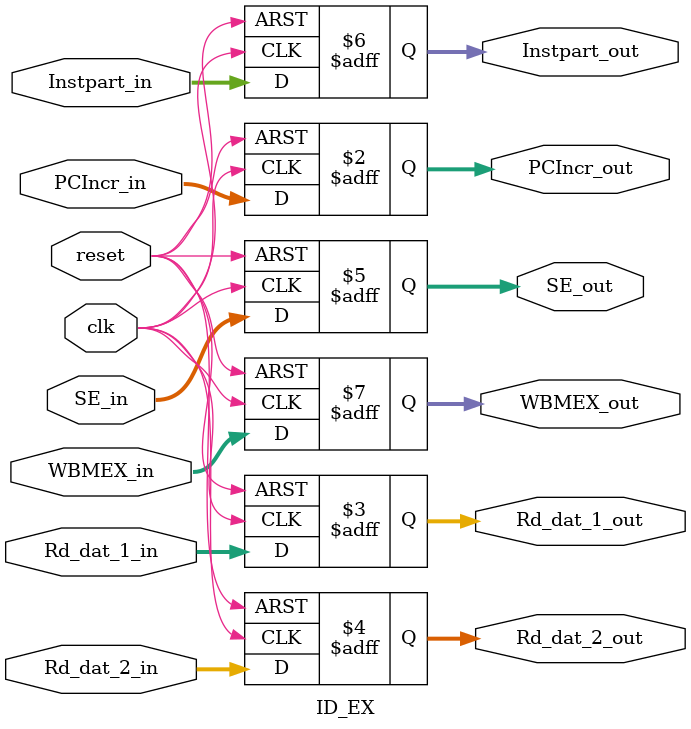
<source format=v>
`timescale 1ns / 1ps

module ID_EX(
    output reg [31:0] PCIncr_out,
    output reg [31:0] Rd_dat_1_out,
    output reg [31:0] Rd_dat_2_out,
    output reg [31:0] SE_out,
    output reg [14:0] Instpart_out,
    output reg [11:0] WBMEX_out,
    //output reg init_out,
    input [31:0] PCIncr_in,
    input [31:0] Rd_dat_1_in,
    input [31:0] Rd_dat_2_in,
    input [31:0] SE_in,
    input [14:0] Instpart_in,
    input [11:0] WBMEX_in,
    //input init_in,
    input clk,
    input reset
    );
    
    always@(posedge clk or posedge reset)
    begin
    if (reset)
    begin
    PCIncr_out <= 0;
    Rd_dat_1_out <= 0;
    Rd_dat_2_out <= 0;
    SE_out <= 0;
    Instpart_out <= 0;
    WBMEX_out <= 0;
    //init_out <= 0;
    end
    else
    begin
    PCIncr_out <= PCIncr_in;
    Rd_dat_1_out <= Rd_dat_1_in;
    Rd_dat_2_out <= Rd_dat_2_in;
    SE_out <= SE_in;
    Instpart_out <= Instpart_in;
    WBMEX_out <= WBMEX_in;
    //init_out <= init_in;
    end
    end
    
endmodule

</source>
